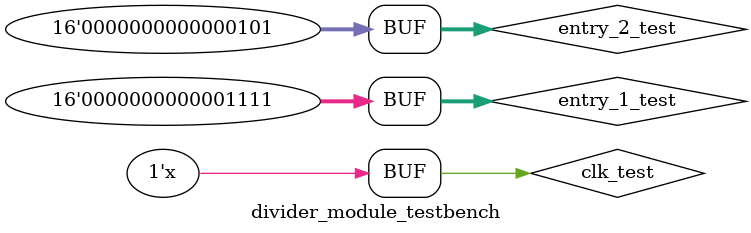
<source format=v>
module divider_module_testbench;

/*
 * We define the type of the entries and outputs
 */
reg clk_test;
reg [15:0] entry_1_test;
reg [15:0] entry_2_test;
wire [15:0] output_1_test;


/*
 * We instantiate the device under test
 * 
 */
	
divider_module DUT(.clk(clk_test), .entry_1(entry_1_test), .entry_2(entry_2_test), 
						.output_1(output_1_test));
						

/*
 * Test vector generator
 * 
 */
 
initial begin

clk_test = 1'b0;
entry_1_test = 16'h0000;
entry_2_test = 16'h0000;

#100
entry_1_test = 16'd20;
entry_2_test = 16'd10;

#200
entry_1_test = 16'd90;
entry_2_test = 16'd10;

#200
entry_1_test = 16'd15;
entry_2_test = 16'd5;

end


/*
 * Clock generation
 * 
 */
always
 #100  clk_test =  !clk_test;
 
 

endmodule // end divider_module_testbench
</source>
